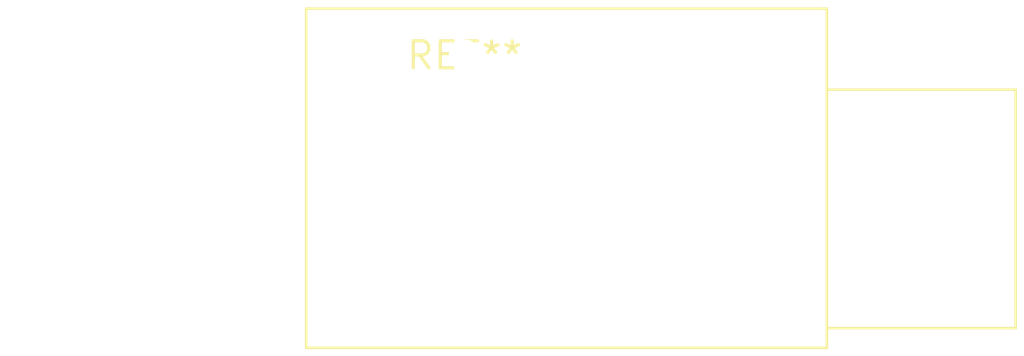
<source format=kicad_pcb>
(kicad_pcb (version 20240108) (generator pcbnew)
  (layers (0 "F.Cu" signal) (31 "B.Cu" signal) (34 "B.Paste" user) (35 "F.Paste" user) (36 "B.SilkS" user "B.Silkscreen") (37 "F.SilkS" user "F.Silkscreen") (38 "B.Mask" user) (39 "F.Mask" user) (44 "Edge.Cuts" user))
  (net 0 "")
  (footprint "Jack_6.35mm_Neutrik_NRJ6HH-AU_Horizontal" (layer "F.Cu") (at 0 0)
    (property "Reference" "REF**")
    (property "Value" "Jack_6.35mm_Neutrik_NRJ6HH-AU_Horizontal")
    (fp_line (start -7.47 -2.21) (end 17.07 -2.21) (layer "F.SilkS") (stroke (width 0.12)))
    (fp_line (start -7.47 13.78) (end -7.47 -2.21) (layer "F.SilkS") (stroke (width 0.12)))
    (fp_line (start -7.47 13.78) (end 17.07 13.78) (layer "F.SilkS") (stroke (width 0.12)))
    (fp_line (start 17.07 -2.21) (end 17.07 13.78) (layer "F.SilkS") (stroke (width 0.12)))
    (fp_line (start 25.97 1.61) (end 17.07 1.61) (layer "F.SilkS") (stroke (width 0.12)))
    (fp_line (start 25.97 12.85) (end 17.07 12.85) (layer "F.SilkS") (stroke (width 0.12)))
    (fp_line (start 25.97 12.85) (end 25.97 1.61) (layer "F.SilkS") (stroke (width 0.12)))
    (pad "" np_thru_hole circle (at 3.15 2.13) (size 3 3) (drill 3) (layers *.Cu *.Mask))
    (pad "" np_thru_hole circle (at 9.5 0) (size 2 2) (drill 2) (layers *.Cu *.Mask))
    (pad "" np_thru_hole circle (at 9.5 11.43) (size 2 2) (drill 2) (layers *.Cu *.Mask))
    (pad "R" thru_hole circle (at 6.35 0) (size 3 3) (drill 1.5) (layers *.Cu *.Mask) (remove_unused_layers))
    (pad "RN" thru_hole circle (at 6.35 11.43) (size 3 3) (drill 1.5) (layers *.Cu *.Mask) (remove_unused_layers))
    (pad "S" thru_hole circle (at 12.7 0) (size 3 3) (drill 1.5) (layers *.Cu *.Mask) (remove_unused_layers))
    (pad "SN" thru_hole circle (at 12.7 11.43) (size 3 3) (drill 1.5) (layers *.Cu *.Mask) (remove_unused_layers))
    (pad "T" thru_hole circle (at 0 0) (size 3 3) (drill 1.5) (layers *.Cu *.Mask) (remove_unused_layers))
    (pad "TN" thru_hole circle (at 0 11.43) (size 3 3) (drill 1.5) (layers *.Cu *.Mask) (remove_unused_layers))
  )
)
</source>
